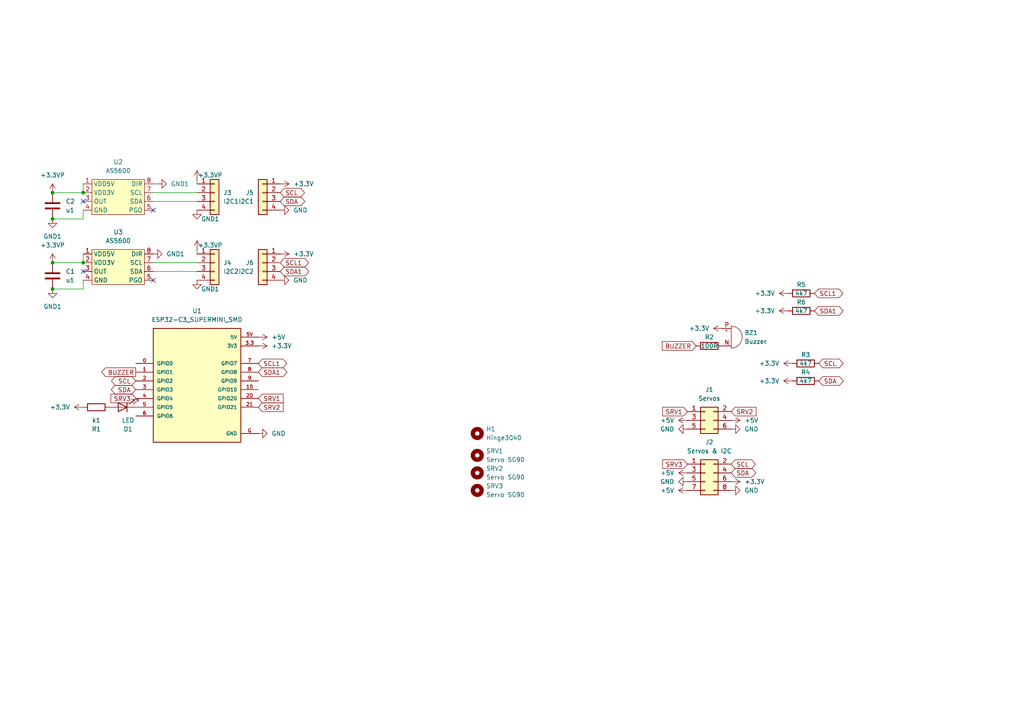
<source format=kicad_sch>
(kicad_sch (version 20250114) (generator "eeschema") (generator_version "9.0")
  (paper "A4")
  (lib_symbols
    (symbol "Connector_Generic:Conn_01x04" (pin_names (offset 1.016) (hide yes))
      (property "Reference" "J" (at 0 5.08 0))
      (property "Value" "Conn_01x04" (at 0 -7.62 0))
      (symbol "Conn_01x04_1_1"
        (rectangle (start -1.27 3.81) (end 1.27 -6.35) (stroke (width 0.254)) (fill (type background)))
        (rectangle (start -1.27 2.667) (end 0 2.413) (stroke (width 0.1524)))
        (rectangle (start -1.27 0.127) (end 0 -0.127) (stroke (width 0.1524)))
        (rectangle (start -1.27 -2.413) (end 0 -2.667) (stroke (width 0.1524)))
        (rectangle (start -1.27 -4.953) (end 0 -5.207) (stroke (width 0.1524)))
        (pin passive line (at -5.08 2.54 0) (length 3.81) (name "Pin_1") (number "1"))
        (pin passive line (at -5.08 0 0) (length 3.81) (name "Pin_2") (number "2"))
        (pin passive line (at -5.08 -2.54 0) (length 3.81) (name "Pin_3") (number "3"))
        (pin passive line (at -5.08 -5.08 0) (length 3.81) (name "Pin_4") (number "4"))
      )
    )
    (symbol "Connector_Generic:Conn_02x03_Odd_Even" (pin_names (offset 1.016) (hide yes))
      (property "Reference" "J" (at 1.27 5.08 0))
      (property "Value" "Conn_02x03_Odd_Even" (at 1.27 -5.08 0))
      (symbol "Conn_02x03_Odd_Even_1_1"
        (rectangle (start -1.27 3.81) (end 3.81 -3.81) (stroke (width 0.254)) (fill (type background)))
        (rectangle (start -1.27 2.667) (end 0 2.413) (stroke (width 0.1524)))
        (rectangle (start -1.27 0.127) (end 0 -0.127) (stroke (width 0.1524)))
        (rectangle (start -1.27 -2.413) (end 0 -2.667) (stroke (width 0.1524)))
        (rectangle (start 3.81 2.667) (end 2.54 2.413) (stroke (width 0.1524)))
        (rectangle (start 3.81 0.127) (end 2.54 -0.127) (stroke (width 0.1524)))
        (rectangle (start 3.81 -2.413) (end 2.54 -2.667) (stroke (width 0.1524)))
        (pin passive line (at -5.08 2.54 0) (length 3.81) (name "Pin_1") (number "1"))
        (pin passive line (at -5.08 0 0) (length 3.81) (name "Pin_3") (number "3"))
        (pin passive line (at -5.08 -2.54 0) (length 3.81) (name "Pin_5") (number "5"))
        (pin passive line (at 7.62 2.54 180) (length 3.81) (name "Pin_2") (number "2"))
        (pin passive line (at 7.62 0 180) (length 3.81) (name "Pin_4") (number "4"))
        (pin passive line (at 7.62 -2.54 180) (length 3.81) (name "Pin_6") (number "6"))
      )
    )
    (symbol "Connector_Generic:Conn_02x04_Odd_Even" (pin_names (offset 1.016) (hide yes))
      (property "Reference" "J" (at 1.27 5.08 0))
      (property "Value" "Conn_02x04_Odd_Even" (at 1.27 -7.62 0))
      (symbol "Conn_02x04_Odd_Even_1_1"
        (rectangle (start -1.27 3.81) (end 3.81 -6.35) (stroke (width 0.254)) (fill (type background)))
        (rectangle (start -1.27 2.667) (end 0 2.413) (stroke (width 0.1524)))
        (rectangle (start -1.27 0.127) (end 0 -0.127) (stroke (width 0.1524)))
        (rectangle (start -1.27 -2.413) (end 0 -2.667) (stroke (width 0.1524)))
        (rectangle (start -1.27 -4.953) (end 0 -5.207) (stroke (width 0.1524)))
        (rectangle (start 3.81 2.667) (end 2.54 2.413) (stroke (width 0.1524)))
        (rectangle (start 3.81 0.127) (end 2.54 -0.127) (stroke (width 0.1524)))
        (rectangle (start 3.81 -2.413) (end 2.54 -2.667) (stroke (width 0.1524)))
        (rectangle (start 3.81 -4.953) (end 2.54 -5.207) (stroke (width 0.1524)))
        (pin passive line (at -5.08 2.54 0) (length 3.81) (name "Pin_1") (number "1"))
        (pin passive line (at -5.08 0 0) (length 3.81) (name "Pin_3") (number "3"))
        (pin passive line (at -5.08 -2.54 0) (length 3.81) (name "Pin_5") (number "5"))
        (pin passive line (at -5.08 -5.08 0) (length 3.81) (name "Pin_7") (number "7"))
        (pin passive line (at 7.62 2.54 180) (length 3.81) (name "Pin_2") (number "2"))
        (pin passive line (at 7.62 0 180) (length 3.81) (name "Pin_4") (number "4"))
        (pin passive line (at 7.62 -2.54 180) (length 3.81) (name "Pin_6") (number "6"))
        (pin passive line (at 7.62 -5.08 180) (length 3.81) (name "Pin_8") (number "8"))
      )
    )
    (symbol "Device:C" (pin_numbers (hide yes)) (pin_names (offset 0.254))
      (property "Reference" "C" (at 0.635 2.54 0))
      (property "Value" "C" (at 0.635 -2.54 0))
      (symbol "C_0_1"
        (polyline (pts (xy -2.032 0.762) (xy 2.032 0.762)) (stroke (width 0.508)))
        (polyline (pts (xy -2.032 -0.762) (xy 2.032 -0.762)) (stroke (width 0.508)))
      )
      (symbol "C_1_1"
        (pin passive line (at 0 3.81 270) (length 2.794) (name "~") (number "1"))
        (pin passive line (at 0 -3.81 90) (length 2.794) (name "~") (number "2"))
      )
    )
    (symbol "Device:LED" (pin_numbers (hide yes)) (pin_names (offset 1.016) (hide yes))
      (property "Reference" "D" (at 0 2.54 0))
      (property "Value" "LED" (at 0 -2.54 0))
      (symbol "LED_0_1"
        (polyline (pts (xy -3.048 -0.762) (xy -4.572 -2.286) (xy -3.81 -2.286) (xy -4.572 -2.286) (xy -4.572 -1.524)))
        (polyline (pts (xy -1.778 -0.762) (xy -3.302 -2.286) (xy -2.54 -2.286) (xy -3.302 -2.286) (xy -3.302 -1.524)))
        (polyline (pts (xy -1.27 0) (xy 1.27 0)))
        (polyline (pts (xy -1.27 -1.27) (xy -1.27 1.27)) (stroke (width 0.254)))
        (polyline (pts (xy 1.27 -1.27) (xy 1.27 1.27) (xy -1.27 0) (xy 1.27 -1.27)) (stroke (width 0.254)))
      )
      (symbol "LED_1_1"
        (pin passive line (at -3.81 0 0) (length 2.54) (name "K") (number "1"))
        (pin passive line (at 3.81 0 180) (length 2.54) (name "A") (number "2"))
      )
    )
    (symbol "Device:R" (pin_numbers (hide yes)) (pin_names (offset 0))
      (property "Reference" "R" (at 2.032 0 90))
      (property "Value" "R" (at 0 0 90))
      (symbol "R_0_1"
        (rectangle (start -1.016 -2.54) (end 1.016 2.54) (stroke (width 0.254)))
      )
      (symbol "R_1_1"
        (pin passive line (at 0 3.81 270) (length 1.27) (name "~") (number "1"))
        (pin passive line (at 0 -3.81 90) (length 1.27) (name "~") (number "2"))
      )
    )
    (symbol "Mechanical:MountingHole" (pin_names (offset 1.016)) (in_bom no)
      (property "Reference" "H" (at 0 5.08 0))
      (property "Value" "MountingHole" (at 0 3.175 0))
      (symbol "MountingHole_0_1"
        (circle (center 0 0) (radius 1.27) (stroke (width 1.27)))
      )
    )
    (symbol "liebler_MECH:Buzzer" (pin_names (offset 0.0254) (hide yes))
      (property "Reference" "BZ" (at 3.81 1.27 0))
      (property "Value" "Buzzer" (at 3.81 -1.27 0))
      (symbol "Buzzer_0_1"
        (polyline (pts (xy -1.651 1.905) (xy -1.143 1.905)))
        (polyline (pts (xy -1.397 2.159) (xy -1.397 1.651)))
        (arc (start 0 3.175) (mid 3.1612 0) (end 0 -3.175))
        (polyline (pts (xy 0 3.175) (xy 0 -3.175)))
      )
      (symbol "Buzzer_1_1"
        (pin passive line (at -2.54 2.54 0) (length 2.54) (name "+") (number "P"))
        (pin passive line (at -2.54 -2.54 0) (length 2.54) (name "-") (number "N"))
      )
    )
    (symbol "liebler_MODULES:ESP32-C3_SUPERMINI_SMD" (pin_names (offset 1.016))
      (property "Reference" "U" (at -12.7 16.002 0))
      (property "Value" "ESP32-C3_SUPERMINI_SMD" (at -12.7 -20.32 0))
      (symbol "ESP32-C3_SUPERMINI_SMD_0_0"
        (rectangle (start -12.7 -17.78) (end 12.7 15.24) (stroke (width 0.254)) (fill (type background)))
        (pin bidirectional line (at -17.78 5.08 0) (length 5.08) (name "GPIO0") (number "0"))
        (pin bidirectional line (at -17.78 2.54 0) (length 5.08) (name "GPIO1") (number "1"))
        (pin bidirectional line (at -17.78 0 0) (length 5.08) (name "GPIO2") (number "2"))
        (pin bidirectional line (at -17.78 -2.54 0) (length 5.08) (name "GPIO3") (number "3"))
        (pin bidirectional line (at -17.78 -5.08 0) (length 5.08) (name "GPIO4") (number "4"))
        (pin bidirectional line (at -17.78 -7.62 0) (length 5.08) (name "GPIO5") (number "5"))
        (pin bidirectional line (at -17.78 -10.16 0) (length 5.08) (name "GPIO6") (number "6"))
        (pin power_in line (at 17.78 12.7 180) (length 5.08) (name "5V") (number "5V"))
        (pin power_in line (at 17.78 10.16 180) (length 5.08) (name "3V3") (number "3.3"))
        (pin bidirectional line (at 17.78 5.08 180) (length 5.08) (name "GPIO7") (number "7"))
        (pin bidirectional line (at 17.78 2.54 180) (length 5.08) (name "GPIO8") (number "8"))
        (pin bidirectional line (at 17.78 0 180) (length 5.08) (name "GPIO9") (number "9"))
        (pin bidirectional line (at 17.78 -2.54 180) (length 5.08) (name "GPIO10") (number "10"))
        (pin bidirectional line (at 17.78 -5.08 180) (length 5.08) (name "GPIO20") (number "20"))
        (pin bidirectional line (at 17.78 -7.62 180) (length 5.08) (name "GPIO21") (number "21"))
        (pin power_in line (at 17.78 -15.24 180) (length 5.08) (name "GND") (number "G"))
      )
    )
    (symbol "liebler_SEMICONDUCTORS:AS5600"
      (property "Reference" "U" (at 0 0 0))
      (property "Value" "AS5600" (at 0 0 0))
      (symbol "AS5600_1_1"
        (rectangle (start -7.62 5.08) (end 7.62 -5.08) (fill (type background)))
        (pin power_in line (at -10.16 3.81 0) (length 2.54) (name "VDD5V") (number "1"))
        (pin power_in line (at -10.16 1.27 0) (length 2.54) (name "VDD3V") (number "2"))
        (pin output line (at -10.16 -1.27 0) (length 2.54) (name "OUT") (number "3"))
        (pin power_in line (at -10.16 -3.81 0) (length 2.54) (name "GND") (number "4"))
        (pin input line (at 10.16 3.81 180) (length 2.54) (name "DIR") (number "8"))
        (pin bidirectional line (at 10.16 1.27 180) (length 2.54) (name "SCL") (number "7"))
        (pin bidirectional line (at 10.16 -1.27 180) (length 2.54) (name "SDA") (number "6"))
        (pin input line (at 10.16 -3.81 180) (length 2.54) (name "PGO") (number "5"))
      )
    )
    (symbol "power:+3.3V" (power) (pin_numbers (hide yes)) (pin_names (offset 0) (hide yes))
      (property "Value" "+3.3V" (at 0 3.556 0))
      (symbol "+3.3V_0_1"
        (polyline (pts (xy -0.762 1.27) (xy 0 2.54)))
        (polyline (pts (xy 0 2.54) (xy 0.762 1.27)))
        (polyline (pts (xy 0 0) (xy 0 2.54)))
      )
      (symbol "+3.3V_1_1"
        (pin power_in line (at 0 0 90) (length 0) (name "~") (number "1"))
      )
    )
    (symbol "power:+3.3VP" (power) (pin_numbers (hide yes)) (pin_names (offset 0) (hide yes))
      (property "Value" "+3.3VP" (at 0 3.556 0))
      (symbol "+3.3VP_0_0"
        (pin power_in line (at 0 0 90) (length 0) (name "~") (number "1"))
      )
      (symbol "+3.3VP_0_1"
        (polyline (pts (xy -0.762 1.27) (xy 0 2.54)))
        (polyline (pts (xy 0 2.54) (xy 0.762 1.27)))
        (polyline (pts (xy 0 0) (xy 0 2.54)))
      )
    )
    (symbol "power:+5V" (power) (pin_numbers (hide yes)) (pin_names (offset 0) (hide yes))
      (property "Value" "+5V" (at 0 3.556 0))
      (symbol "+5V_0_1"
        (polyline (pts (xy -0.762 1.27) (xy 0 2.54)))
        (polyline (pts (xy 0 2.54) (xy 0.762 1.27)))
        (polyline (pts (xy 0 0) (xy 0 2.54)))
      )
      (symbol "+5V_1_1"
        (pin power_in line (at 0 0 90) (length 0) (name "~") (number "1"))
      )
    )
    (symbol "power:GND" (power) (pin_numbers (hide yes)) (pin_names (offset 0) (hide yes))
      (property "Value" "GND" (at 0 -3.81 0))
      (symbol "GND_0_1"
        (polyline (pts (xy 0 0) (xy 0 -1.27) (xy 1.27 -1.27) (xy 0 -2.54) (xy -1.27 -1.27) (xy 0 -1.27)))
      )
      (symbol "GND_1_1"
        (pin power_in line (at 0 0 270) (length 0) (name "~") (number "1"))
      )
    )
    (symbol "power:GND1" (power) (pin_numbers (hide yes)) (pin_names (offset 0) (hide yes))
      (property "Value" "GND1" (at 0 -3.81 0))
      (symbol "GND1_0_1"
        (polyline (pts (xy 0 0) (xy 0 -1.27) (xy 1.27 -1.27) (xy 0 -2.54) (xy -1.27 -1.27) (xy 0 -1.27)))
      )
      (symbol "GND1_1_1"
        (pin power_in line (at 0 0 270) (length 0) (name "~") (number "1"))
      )
    )
  )
  (junction (at 15.24 55.88))
  (junction (at 15.24 83.82))
  (junction (at 15.24 76.2))
  (junction (at 15.24 63.5))
  (junction (at 24.13 76.2))
  (junction (at 24.13 55.88))
  (no_connect (at 44.45 60.96))
  (no_connect (at 24.13 58.42))
  (no_connect (at 24.13 78.74))
  (no_connect (at 44.45 81.28))
  (wire (pts (xy 24.13 81.28) (xy 24.13 83.82)))
  (wire (pts (xy 44.45 58.42) (xy 57.15 58.42)))
  (wire (pts (xy 15.24 83.82) (xy 24.13 83.82)))
  (wire (pts (xy 57.15 53.34) (xy 57.15 52.07)))
  (wire (pts (xy 44.45 78.74) (xy 57.15 78.74)))
  (wire (pts (xy 15.24 55.88) (xy 24.13 55.88)))
  (wire (pts (xy 24.13 73.66) (xy 24.13 76.2)))
  (wire (pts (xy 15.24 63.5) (xy 24.13 63.5)))
  (wire (pts (xy 15.24 76.2) (xy 24.13 76.2)))
  (wire (pts (xy 24.13 63.5) (xy 24.13 60.96)))
  (wire (pts (xy 44.45 55.88) (xy 57.15 55.88)))
  (wire (pts (xy 44.45 53.34) (xy 45.72 53.34)))
  (wire (pts (xy 57.15 73.66) (xy 57.15 72.39)))
  (wire (pts (xy 44.45 76.2) (xy 57.15 76.2)))
  (wire (pts (xy 24.13 53.34) (xy 24.13 55.88)))
  (global_label "SRV3" (shape input) (at 39.37 115.57 180) (property "Intersheetrefs" "${INTERSHEET_REFS}" (effects (hide yes))))
  (global_label "SCL" (shape bidirectional) (at 237.49 105.41 0) (property "Intersheetrefs" "${INTERSHEET_REFS}" (effects (hide yes))))
  (global_label "BUZZER" (shape input) (at 201.93 100.33 180) (property "Intersheetrefs" "${INTERSHEET_REFS}" (effects (hide yes))))
  (global_label "SDA" (shape bidirectional) (at 81.28 58.42 0) (property "Intersheetrefs" "${INTERSHEET_REFS}" (effects (hide yes))))
  (global_label "SRV1" (shape input) (at 74.93 115.57 0) (property "Intersheetrefs" "${INTERSHEET_REFS}" (effects (hide yes))))
  (global_label "SCL" (shape bidirectional) (at 39.37 110.49 180) (property "Intersheetrefs" "${INTERSHEET_REFS}" (effects (hide yes))))
  (global_label "SRV2" (shape input) (at 74.93 118.11 0) (property "Intersheetrefs" "${INTERSHEET_REFS}" (effects (hide yes))))
  (global_label "SCL" (shape bidirectional) (at 212.09 134.62 0) (property "Intersheetrefs" "${INTERSHEET_REFS}" (effects (hide yes))))
  (global_label "SDA1" (shape bidirectional) (at 81.28 78.74 0) (property "Intersheetrefs" "${INTERSHEET_REFS}" (effects (hide yes))))
  (global_label "SDA" (shape bidirectional) (at 237.49 110.49 0) (property "Intersheetrefs" "${INTERSHEET_REFS}" (effects (hide yes))))
  (global_label "SRV2" (shape input) (at 212.09 119.38 0) (property "Intersheetrefs" "${INTERSHEET_REFS}" (effects (hide yes))))
  (global_label "SRV3" (shape input) (at 199.39 134.62 180) (property "Intersheetrefs" "${INTERSHEET_REFS}" (effects (hide yes))))
  (global_label "SCL1" (shape bidirectional) (at 81.28 76.2 0) (property "Intersheetrefs" "${INTERSHEET_REFS}" (effects (hide yes))))
  (global_label "SCL1" (shape bidirectional) (at 74.93 105.41 0) (property "Intersheetrefs" "${INTERSHEET_REFS}" (effects (hide yes))))
  (global_label "SDA1" (shape bidirectional) (at 236.22 90.17 0) (property "Intersheetrefs" "${INTERSHEET_REFS}" (effects (hide yes))))
  (global_label "SRV1" (shape input) (at 199.39 119.38 180) (property "Intersheetrefs" "${INTERSHEET_REFS}" (effects (hide yes))))
  (global_label "SDA1" (shape bidirectional) (at 74.93 107.95 0) (property "Intersheetrefs" "${INTERSHEET_REFS}" (effects (hide yes))))
  (global_label "SDA" (shape bidirectional) (at 39.37 113.03 180) (property "Intersheetrefs" "${INTERSHEET_REFS}" (effects (hide yes))))
  (global_label "BUZZER" (shape output) (at 39.37 107.95 180) (property "Intersheetrefs" "${INTERSHEET_REFS}" (effects (hide yes))))
  (global_label "SCL1" (shape bidirectional) (at 236.22 85.09 0) (property "Intersheetrefs" "${INTERSHEET_REFS}" (effects (hide yes))))
  (global_label "SCL" (shape bidirectional) (at 81.28 55.88 0) (property "Intersheetrefs" "${INTERSHEET_REFS}" (effects (hide yes))))
  (global_label "SDA" (shape bidirectional) (at 212.09 137.16 0) (property "Intersheetrefs" "${INTERSHEET_REFS}" (effects (hide yes))))
  (symbol (lib_id "Connector_Generic:Conn_02x03_Odd_Even") (at 204.47 121.92 0) (unit 1)
    (property "Reference" "J1" (at 205.74 113.03 0))
    (property "Value" "Servos" (at 205.74 115.57 0))
    (property "Footprint" "Connector_PinHeader_2.54mm:PinHeader_2x03_P2.54mm_Vertical_SMD" (effects (hide yes)))
    (property "Description" "Generic connector, double row, 02x03, odd/even pin numbering scheme (row 1 odd numbers, row 2 even numbers), script generated (kicad-library-utils/schlib/autogen/connector/)" (effects (hide yes)))
  )
  (symbol (lib_id "power:GND1") (at 57.15 81.28 0) (unit 1)
    (property "Reference" "#PWR019" (effects (hide yes)))
    (property "Value" "GND1" (at 60.96 83.82 0))
    (property "Description" "Power symbol creates a global label with name \"GND1\" , ground" (effects (hide yes)))
  )
  (symbol (lib_id "power:+3.3V") (at 228.6 90.17 90) (unit 1)
    (property "Reference" "#PWR032" (effects (hide yes)))
    (property "Value" "+3.3V" (at 224.79 90.1699 90) (effects (justify left)))
    (property "Description" "Power symbol creates a global label with name \"+3.3V\"" (effects (hide yes)))
  )
  (symbol (lib_id "power:+3.3V") (at 81.28 53.34 270) (unit 1)
    (property "Reference" "#PWR026" (effects (hide yes)))
    (property "Value" "+3.3V" (at 85.09 53.3399 90) (effects (justify left)))
    (property "Description" "Power symbol creates a global label with name \"+3.3V\"" (effects (hide yes)))
  )
  (symbol (lib_id "power:GND1") (at 15.24 83.82 0) (unit 1)
    (property "Reference" "#PWR024" (effects (hide yes)))
    (property "Value" "GND1" (at 15.24 88.9 0))
    (property "Description" "Power symbol creates a global label with name \"GND1\" , ground" (effects (hide yes)))
  )
  (symbol (lib_id "Device:R") (at 232.41 85.09 270) (unit 1)
    (property "Reference" "R5" (at 232.41 82.55 90))
    (property "Value" "4k7" (at 232.41 85.09 90))
    (property "Footprint" "Resistor_SMD:R_1206_3216Metric_Pad1.30x1.75mm_HandSolder" (effects (hide yes)))
    (property "Description" "Resistor" (effects (hide yes)))
  )
  (symbol (lib_id "liebler_MODULES:ESP32-C3_SUPERMINI_SMD") (at 57.15 110.49 0) (unit 1)
    (property "Reference" "U1" (at 57.15 90.17 0))
    (property "Value" "ESP32-C3_SUPERMINI_SMD" (at 57.15 92.71 0))
    (property "Footprint" "liebler_MODULES:MODULE_ESP32-C3_SUPERMINI" (effects (hide yes)))
    (property "MF" "Espressif Systems" (effects (hide yes)))
    (property "MAXIMUM_PACKAGE_HEIGHT" "4.2mm" (effects (hide yes)))
    (property "Package" "None" (effects (hide yes)))
    (property "Price" "None" (effects (hide yes)))
    (property "Check_prices" "https://www.snapeda.com/parts/ESP32-C3%20SuperMini_SMD/Espressif+Systems/view-part/?ref=eda" (effects (hide yes)))
    (property "STANDARD" "Manufacturer Recommendations" (effects (hide yes)))
    (property "SnapEDA_Link" "https://www.snapeda.com/parts/ESP32-C3%20SuperMini_SMD/Espressif+Systems/view-part/?ref=snap" (effects (hide yes)))
    (property "MP" "ESP32-C3 SuperMini_SMD" (effects (hide yes)))
    (property "Description_1" "Super tiny ESP32-C3 board" (effects (hide yes)))
    (property "Availability" "Not in stock" (effects (hide yes)))
    (property "MANUFACTURER" "Espressif" (effects (hide yes)))
  )
  (symbol (lib_id "power:GND") (at 199.39 124.46 270) (unit 1)
    (property "Reference" "#PWR04" (effects (hide yes)))
    (property "Value" "GND" (at 195.58 124.4599 90) (effects (justify right)))
    (property "Description" "Power symbol creates a global label with name \"GND\" , ground" (effects (hide yes)))
  )
  (symbol (lib_id "Mechanical:MountingHole") (at 138.43 142.24 0) (unit 1) (in_bom no)
    (property "Reference" "SRV3" (at 140.97 140.9699 0) (effects (justify left)))
    (property "Value" "Servo SG90" (at 140.97 143.5099 0) (effects (justify left)))
    (property "Footprint" "liebler_MECH:SG90_vertical_PCB" (effects (hide yes)))
    (property "Description" "Mounting Hole without connection" (effects (hide yes)))
  )
  (symbol (lib_id "power:+3.3V") (at 229.87 105.41 90) (unit 1)
    (property "Reference" "#PWR013" (effects (hide yes)))
    (property "Value" "+3.3V" (at 226.06 105.4099 90) (effects (justify left)))
    (property "Description" "Power symbol creates a global label with name \"+3.3V\"" (effects (hide yes)))
  )
  (symbol (lib_id "Device:R") (at 205.74 100.33 270) (unit 1)
    (property "Reference" "R2" (at 205.74 97.79 90))
    (property "Value" "100R" (at 205.74 100.33 90))
    (property "Footprint" "Resistor_SMD:R_1206_3216Metric_Pad1.30x1.75mm_HandSolder" (effects (hide yes)))
    (property "Description" "Resistor" (effects (hide yes)))
  )
  (symbol (lib_id "power:+3.3VP") (at 57.15 72.39 0) (unit 1)
    (property "Reference" "#PWR018" (effects (hide yes)))
    (property "Value" "+3.3VP" (at 60.96 71.12 0))
    (property "Description" "Power symbol creates a global label with name \"+3.3VP\"" (effects (hide yes)))
  )
  (symbol (lib_id "power:GND1") (at 44.45 73.66 90) (unit 1)
    (property "Reference" "#PWR022" (effects (hide yes)))
    (property "Value" "GND1" (at 48.26 73.6599 90) (effects (justify right)))
    (property "Description" "Power symbol creates a global label with name \"GND1\" , ground" (effects (hide yes)))
  )
  (symbol (lib_id "power:+3.3V") (at 81.28 73.66 270) (unit 1)
    (property "Reference" "#PWR027" (effects (hide yes)))
    (property "Value" "+3.3V" (at 85.09 73.6599 90) (effects (justify left)))
    (property "Description" "Power symbol creates a global label with name \"+3.3V\"" (effects (hide yes)))
  )
  (symbol (lib_id "Device:R") (at 233.68 105.41 270) (unit 1)
    (property "Reference" "R3" (at 233.68 102.87 90))
    (property "Value" "4k7" (at 233.68 105.41 90))
    (property "Footprint" "Resistor_SMD:R_1206_3216Metric_Pad1.30x1.75mm_HandSolder" (effects (hide yes)))
    (property "Description" "Resistor" (effects (hide yes)))
  )
  (symbol (lib_id "Connector_Generic:Conn_01x04") (at 62.23 76.2 0) (unit 1)
    (property "Reference" "J4" (at 64.77 76.1999 0) (effects (justify left)))
    (property "Value" "I2C2" (at 64.77 78.7399 0) (effects (justify left)))
    (property "Footprint" "Connector_PinHeader_2.54mm:PinHeader_1x04_P2.54mm_Vertical" (effects (hide yes)))
    (property "Description" "Generic connector, single row, 01x04, script generated (kicad-library-utils/schlib/autogen/connector/)" (effects (hide yes)))
  )
  (symbol (lib_id "liebler_SEMICONDUCTORS:AS5600") (at 34.29 77.47 0) (unit 1)
    (property "Reference" "U3" (at 34.29 67.31 0))
    (property "Value" "AS5600" (at 34.29 69.85 0))
    (property "Footprint" "liebler_SEMICONDUCTORS:SOIC-8_3.9x4.9mm_P1.27mm_handsolder" (effects (hide yes)))
  )
  (symbol (lib_id "power:GND") (at 212.09 124.46 90) (mirror x) (unit 1)
    (property "Reference" "#PWR05" (effects (hide yes)))
    (property "Value" "GND" (at 215.9 124.4599 90) (effects (justify right)))
    (property "Description" "Power symbol creates a global label with name \"GND\" , ground" (effects (hide yes)))
  )
  (symbol (lib_id "Mechanical:MountingHole") (at 138.43 137.16 0) (unit 1) (in_bom no)
    (property "Reference" "SRV2" (at 140.97 135.8899 0) (effects (justify left)))
    (property "Value" "Servo SG90" (at 140.97 138.4299 0) (effects (justify left)))
    (property "Footprint" "liebler_MECH:SG90_PCB" (effects (hide yes)))
    (property "Description" "Mounting Hole without connection" (effects (hide yes)))
  )
  (symbol (lib_id "power:GND") (at 212.09 142.24 90) (unit 1)
    (property "Reference" "#PWR017" (effects (hide yes)))
    (property "Value" "GND" (at 215.9 142.2399 90) (effects (justify right)))
    (property "Description" "Power symbol creates a global label with name \"GND\" , ground" (effects (hide yes)))
  )
  (symbol (lib_id "power:GND") (at 199.39 139.7 270) (unit 1)
    (property "Reference" "#PWR06" (effects (hide yes)))
    (property "Value" "GND" (at 195.58 139.6999 90) (effects (justify right)))
    (property "Description" "Power symbol creates a global label with name \"GND\" , ground" (effects (hide yes)))
  )
  (symbol (lib_id "Device:R") (at 27.94 118.11 270) (unit 1)
    (property "Reference" "R1" (at 27.94 124.46 90))
    (property "Value" "k1" (at 27.94 121.92 90))
    (property "Footprint" "Resistor_SMD:R_1206_3216Metric_Pad1.30x1.75mm_HandSolder" (effects (hide yes)))
    (property "Description" "Resistor" (effects (hide yes)))
  )
  (symbol (lib_id "power:+5V") (at 199.39 121.92 90) (unit 1)
    (property "Reference" "#PWR01" (effects (hide yes)))
    (property "Value" "+5V" (at 195.58 121.9199 90) (effects (justify left)))
    (property "Description" "Power symbol creates a global label with name \"+5V\"" (effects (hide yes)))
  )
  (symbol (lib_id "power:+3.3V") (at 229.87 110.49 90) (unit 1)
    (property "Reference" "#PWR014" (effects (hide yes)))
    (property "Value" "+3.3V" (at 226.06 110.4899 90) (effects (justify left)))
    (property "Description" "Power symbol creates a global label with name \"+3.3V\"" (effects (hide yes)))
  )
  (symbol (lib_id "power:+3.3V") (at 24.13 118.11 90) (unit 1)
    (property "Reference" "#PWR011" (effects (hide yes)))
    (property "Value" "+3.3V" (at 20.32 118.1099 90) (effects (justify left)))
    (property "Description" "Power symbol creates a global label with name \"+3.3V\"" (effects (hide yes)))
  )
  (symbol (lib_id "Device:R") (at 233.68 110.49 270) (unit 1)
    (property "Reference" "R4" (at 233.68 107.95 90))
    (property "Value" "4k7" (at 233.68 110.49 90))
    (property "Footprint" "Resistor_SMD:R_1206_3216Metric_Pad1.30x1.75mm_HandSolder" (effects (hide yes)))
    (property "Description" "Resistor" (effects (hide yes)))
  )
  (symbol (lib_id "Connector_Generic:Conn_01x04") (at 62.23 55.88 0) (unit 1)
    (property "Reference" "J3" (at 64.77 55.8799 0) (effects (justify left)))
    (property "Value" "I2C1" (at 64.77 58.4199 0) (effects (justify left)))
    (property "Footprint" "Connector_PinHeader_2.54mm:PinHeader_1x04_P2.54mm_Vertical" (effects (hide yes)))
    (property "Description" "Generic connector, single row, 01x04, script generated (kicad-library-utils/schlib/autogen/connector/)" (effects (hide yes)))
  )
  (symbol (lib_id "power:+3.3V") (at 74.93 100.33 270) (unit 1)
    (property "Reference" "#PWR09" (effects (hide yes)))
    (property "Value" "+3.3V" (at 78.74 100.3299 90) (effects (justify left)))
    (property "Description" "Power symbol creates a global label with name \"+3.3V\"" (effects (hide yes)))
  )
  (symbol (lib_id "power:+3.3V") (at 209.55 95.25 90) (unit 1)
    (property "Reference" "#PWR010" (effects (hide yes)))
    (property "Value" "+3.3V" (at 205.74 95.2499 90) (effects (justify left)))
    (property "Description" "Power symbol creates a global label with name \"+3.3V\"" (effects (hide yes)))
  )
  (symbol (lib_id "liebler_MECH:Buzzer") (at 212.09 97.79 0) (unit 1)
    (property "Reference" "BZ1" (at 215.9 96.5199 0) (effects (justify left)))
    (property "Value" "Buzzer" (at 215.9 99.0599 0) (effects (justify left)))
    (property "Footprint" "liebler_MECH:XDCR_CMT-7525-80-SMT-TR_handsolder" (effects (hide yes)))
    (property "Description" "Buzzer, polarized" (effects (hide yes)))
  )
  (symbol (lib_id "power:GND1") (at 15.24 63.5 0) (unit 1)
    (property "Reference" "#PWR025" (effects (hide yes)))
    (property "Value" "GND1" (at 15.24 68.58 0))
    (property "Description" "Power symbol creates a global label with name \"GND1\" , ground" (effects (hide yes)))
  )
  (symbol (lib_id "power:GND") (at 81.28 60.96 90) (unit 1)
    (property "Reference" "#PWR029" (effects (hide yes)))
    (property "Value" "GND" (at 85.09 60.9599 90) (effects (justify right)))
    (property "Description" "Power symbol creates a global label with name \"GND\" , ground" (effects (hide yes)))
  )
  (symbol (lib_id "power:GND1") (at 57.15 60.96 0) (unit 1)
    (property "Reference" "#PWR020" (effects (hide yes)))
    (property "Value" "GND1" (at 60.96 63.5 0))
    (property "Description" "Power symbol creates a global label with name \"GND1\" , ground" (effects (hide yes)))
  )
  (symbol (lib_id "power:+5V") (at 74.93 97.79 270) (unit 1)
    (property "Reference" "#PWR07" (effects (hide yes)))
    (property "Value" "+5V" (at 78.74 97.7899 90) (effects (justify left)))
    (property "Description" "Power symbol creates a global label with name \"+5V\"" (effects (hide yes)))
  )
  (symbol (lib_id "power:+5V") (at 199.39 142.24 90) (unit 1)
    (property "Reference" "#PWR015" (effects (hide yes)))
    (property "Value" "+5V" (at 195.58 142.2399 90) (effects (justify left)))
    (property "Description" "Power symbol creates a global label with name \"+5V\"" (effects (hide yes)))
  )
  (symbol (lib_id "power:+3.3VP") (at 57.15 52.07 0) (unit 1)
    (property "Reference" "#PWR016" (effects (hide yes)))
    (property "Value" "+3.3VP" (at 60.96 50.8 0))
    (property "Description" "Power symbol creates a global label with name \"+3.3VP\"" (effects (hide yes)))
  )
  (symbol (lib_id "power:GND") (at 74.93 125.73 90) (unit 1)
    (property "Reference" "#PWR08" (effects (hide yes)))
    (property "Value" "GND" (at 78.74 125.7299 90) (effects (justify right)))
    (property "Description" "Power symbol creates a global label with name \"GND\" , ground" (effects (hide yes)))
  )
  (symbol (lib_id "power:+5V") (at 199.39 137.16 90) (unit 1)
    (property "Reference" "#PWR03" (effects (hide yes)))
    (property "Value" "+5V" (at 195.58 137.1599 90) (effects (justify left)))
    (property "Description" "Power symbol creates a global label with name \"+5V\"" (effects (hide yes)))
  )
  (symbol (lib_id "Device:LED") (at 35.56 118.11 180) (unit 1)
    (property "Reference" "D1" (at 37.1475 124.46 0))
    (property "Value" "LED" (at 37.1475 121.92 0))
    (property "Footprint" "liebler_OPTO:LED_1206_3216Metric_ReverseMount" (effects (hide yes)))
    (property "Description" "Light emitting diode" (effects (hide yes)))
    (property "Sim.Pins" "1=K 2=A" (effects (hide yes)))
  )
  (symbol (lib_id "Device:R") (at 232.41 90.17 270) (unit 1)
    (property "Reference" "R6" (at 232.41 87.63 90))
    (property "Value" "4k7" (at 232.41 90.17 90))
    (property "Footprint" "Resistor_SMD:R_1206_3216Metric_Pad1.30x1.75mm_HandSolder" (effects (hide yes)))
    (property "Description" "Resistor" (effects (hide yes)))
  )
  (symbol (lib_id "power:+3.3V") (at 212.09 139.7 270) (unit 1)
    (property "Reference" "#PWR012" (effects (hide yes)))
    (property "Value" "+3.3V" (at 215.9 139.6999 90) (effects (justify left)))
    (property "Description" "Power symbol creates a global label with name \"+3.3V\"" (effects (hide yes)))
  )
  (symbol (lib_id "power:+3.3VP") (at 15.24 76.2 0) (unit 1)
    (property "Reference" "#PWR021" (effects (hide yes)))
    (property "Value" "+3.3VP" (at 15.24 71.12 0))
    (property "Description" "Power symbol creates a global label with name \"+3.3VP\"" (effects (hide yes)))
  )
  (symbol (lib_id "liebler_SEMICONDUCTORS:AS5600") (at 34.29 57.15 0) (unit 1)
    (property "Reference" "U2" (at 34.29 46.99 0))
    (property "Value" "AS5600" (at 34.29 49.53 0))
    (property "Footprint" "liebler_SEMICONDUCTORS:SOIC-8_3.9x4.9mm_P1.27mm_handsolder" (effects (hide yes)))
  )
  (symbol (lib_id "Mechanical:MountingHole") (at 138.43 132.08 0) (unit 1) (in_bom no)
    (property "Reference" "SRV1" (at 140.97 130.8099 0) (effects (justify left)))
    (property "Value" "Servo SG90" (at 140.97 133.3499 0) (effects (justify left)))
    (property "Footprint" "liebler_MECH:SG90_PCB" (effects (hide yes)))
    (property "Description" "Mounting Hole without connection" (effects (hide yes)))
  )
  (symbol (lib_id "Connector_Generic:Conn_01x04") (at 76.2 76.2 0) (mirror y) (unit 1)
    (property "Reference" "J6" (at 73.66 76.1999 0) (effects (justify left)))
    (property "Value" "I2C2" (at 73.66 78.7399 0) (effects (justify left)))
    (property "Footprint" "Connector_PinSocket_2.54mm:PinSocket_1x04_P2.54mm_Vertical" (effects (hide yes)))
    (property "Description" "Generic connector, single row, 01x04, script generated (kicad-library-utils/schlib/autogen/connector/)" (effects (hide yes)))
  )
  (symbol (lib_id "power:GND") (at 81.28 81.28 90) (unit 1)
    (property "Reference" "#PWR028" (effects (hide yes)))
    (property "Value" "GND" (at 85.09 81.2799 90) (effects (justify right)))
    (property "Description" "Power symbol creates a global label with name \"GND\" , ground" (effects (hide yes)))
  )
  (symbol (lib_id "power:+3.3V") (at 228.6 85.09 90) (unit 1)
    (property "Reference" "#PWR031" (effects (hide yes)))
    (property "Value" "+3.3V" (at 224.79 85.0899 90) (effects (justify left)))
    (property "Description" "Power symbol creates a global label with name \"+3.3V\"" (effects (hide yes)))
  )
  (symbol (lib_id "Device:C") (at 15.24 80.01 0) (unit 1)
    (property "Reference" "C1" (at 19.05 78.7399 0) (effects (justify left)))
    (property "Value" "u1" (at 19.05 81.2799 0) (effects (justify left)))
    (property "Footprint" "Capacitor_SMD:C_1206_3216Metric_Pad1.33x1.80mm_HandSolder" (effects (hide yes)))
    (property "Description" "Unpolarized capacitor" (effects (hide yes)))
  )
  (symbol (lib_id "Connector_Generic:Conn_01x04") (at 76.2 55.88 0) (mirror y) (unit 1)
    (property "Reference" "J5" (at 73.66 55.8799 0) (effects (justify left)))
    (property "Value" "I2C1" (at 73.66 58.4199 0) (effects (justify left)))
    (property "Footprint" "Connector_PinSocket_2.54mm:PinSocket_1x04_P2.54mm_Vertical" (effects (hide yes)))
    (property "Description" "Generic connector, single row, 01x04, script generated (kicad-library-utils/schlib/autogen/connector/)" (effects (hide yes)))
  )
  (symbol (lib_id "power:+5V") (at 212.09 121.92 270) (mirror x) (unit 1)
    (property "Reference" "#PWR02" (effects (hide yes)))
    (property "Value" "+5V" (at 215.9 121.9199 90) (effects (justify left)))
    (property "Description" "Power symbol creates a global label with name \"+5V\"" (effects (hide yes)))
  )
  (symbol (lib_id "power:+3.3VP") (at 15.24 55.88 0) (unit 1)
    (property "Reference" "#PWR030" (effects (hide yes)))
    (property "Value" "+3.3VP" (at 15.24 50.8 0))
    (property "Description" "Power symbol creates a global label with name \"+3.3VP\"" (effects (hide yes)))
  )
  (symbol (lib_id "Mechanical:MountingHole") (at 138.43 125.73 0) (unit 1) (in_bom no)
    (property "Reference" "H1" (at 140.97 124.4599 0) (effects (justify left)))
    (property "Value" "Hinge3040" (at 140.97 126.9999 0) (effects (justify left)))
    (property "Footprint" "liebler_MECH:Hinge_3040" (effects (hide yes)))
    (property "Description" "Mounting Hole without connection" (effects (hide yes)))
  )
  (symbol (lib_id "Connector_Generic:Conn_02x04_Odd_Even") (at 204.47 137.16 0) (unit 1)
    (property "Reference" "J2" (at 205.74 128.27 0))
    (property "Value" "Servos & I2C" (at 205.74 130.81 0))
    (property "Footprint" "Connector_PinHeader_2.54mm:PinHeader_2x04_P2.54mm_Vertical_SMD" (effects (hide yes)))
    (property "Description" "Generic connector, double row, 02x04, odd/even pin numbering scheme (row 1 odd numbers, row 2 even numbers), script generated (kicad-library-utils/schlib/autogen/connector/)" (effects (hide yes)))
  )
  (symbol (lib_id "power:GND1") (at 45.72 53.34 90) (unit 1)
    (property "Reference" "#PWR023" (effects (hide yes)))
    (property "Value" "GND1" (at 49.53 53.3399 90) (effects (justify right)))
    (property "Description" "Power symbol creates a global label with name \"GND1\" , ground" (effects (hide yes)))
  )
  (symbol (lib_id "Device:C") (at 15.24 59.69 0) (unit 1)
    (property "Reference" "C2" (at 19.05 58.4199 0) (effects (justify left)))
    (property "Value" "u1" (at 19.05 60.9599 0) (effects (justify left)))
    (property "Footprint" "Capacitor_SMD:C_1206_3216Metric_Pad1.33x1.80mm_HandSolder" (effects (hide yes)))
    (property "Description" "Unpolarized capacitor" (effects (hide yes)))
  )
)
</source>
